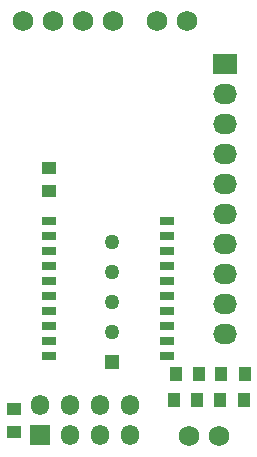
<source format=gbr>
G04 #@! TF.FileFunction,Soldermask,Top*
%FSLAX46Y46*%
G04 Gerber Fmt 4.6, Leading zero omitted, Abs format (unit mm)*
G04 Created by KiCad (PCBNEW 0.201411241846+5301~19~ubuntu14.04.1-product) date Tue Jun  9 07:58:50 2015*
%MOMM*%
G01*
G04 APERTURE LIST*
%ADD10C,0.100000*%
%ADD11R,1.300000X1.000000*%
%ADD12R,1.000000X1.300000*%
%ADD13C,1.727200*%
%ADD14R,2.032000X1.727200*%
%ADD15O,2.032000X1.727200*%
%ADD16R,1.270000X1.270000*%
%ADD17C,1.270000*%
%ADD18R,1.270000X0.762000*%
%ADD19R,1.727200X1.727200*%
%ADD20O,1.524000X1.727200*%
G04 APERTURE END LIST*
D10*
D11*
X132550000Y-61400000D03*
X132550000Y-59400000D03*
X129600000Y-81800000D03*
X129600000Y-79800000D03*
D12*
X147150000Y-76850000D03*
X149150000Y-76850000D03*
X147100000Y-79100000D03*
X149100000Y-79100000D03*
D13*
X146970000Y-82100000D03*
X144430000Y-82100000D03*
X144270000Y-47000000D03*
X141730000Y-47000000D03*
D14*
X147500000Y-50570000D03*
D15*
X147500000Y-53110000D03*
X147500000Y-55650000D03*
X147500000Y-58190000D03*
X147500000Y-60730000D03*
X147500000Y-63270000D03*
X147500000Y-65810000D03*
X147500000Y-68350000D03*
X147500000Y-70890000D03*
X147500000Y-73430000D03*
D16*
X137922000Y-75819000D03*
D17*
X137922000Y-73279000D03*
X137922000Y-70739000D03*
X137922000Y-68199000D03*
X137922000Y-65659000D03*
D13*
X130340000Y-47000000D03*
X132880000Y-47000000D03*
X135420000Y-47000000D03*
X137960000Y-47000000D03*
D12*
X143300000Y-76850000D03*
X145300000Y-76850000D03*
X143150000Y-79100000D03*
X145150000Y-79100000D03*
D18*
X132541000Y-63881000D03*
X132541000Y-65151000D03*
X132541000Y-66421000D03*
X132541000Y-67691000D03*
X132541000Y-68961000D03*
X132541000Y-70231000D03*
X132541000Y-71501000D03*
X132541000Y-72771000D03*
X132541000Y-74041000D03*
X132541000Y-75311000D03*
X142541000Y-63881000D03*
X142541000Y-65151000D03*
X142541000Y-66421000D03*
X142541000Y-67691000D03*
X142541000Y-68961000D03*
X142541000Y-70231000D03*
X142541000Y-71501000D03*
X142541000Y-72771000D03*
X142541000Y-74041000D03*
X142541000Y-75311000D03*
D19*
X131826000Y-82042000D03*
D20*
X131826000Y-79502000D03*
X134366000Y-82042000D03*
X134366000Y-79502000D03*
X136906000Y-82042000D03*
X136906000Y-79502000D03*
X139446000Y-82042000D03*
X139446000Y-79502000D03*
M02*

</source>
